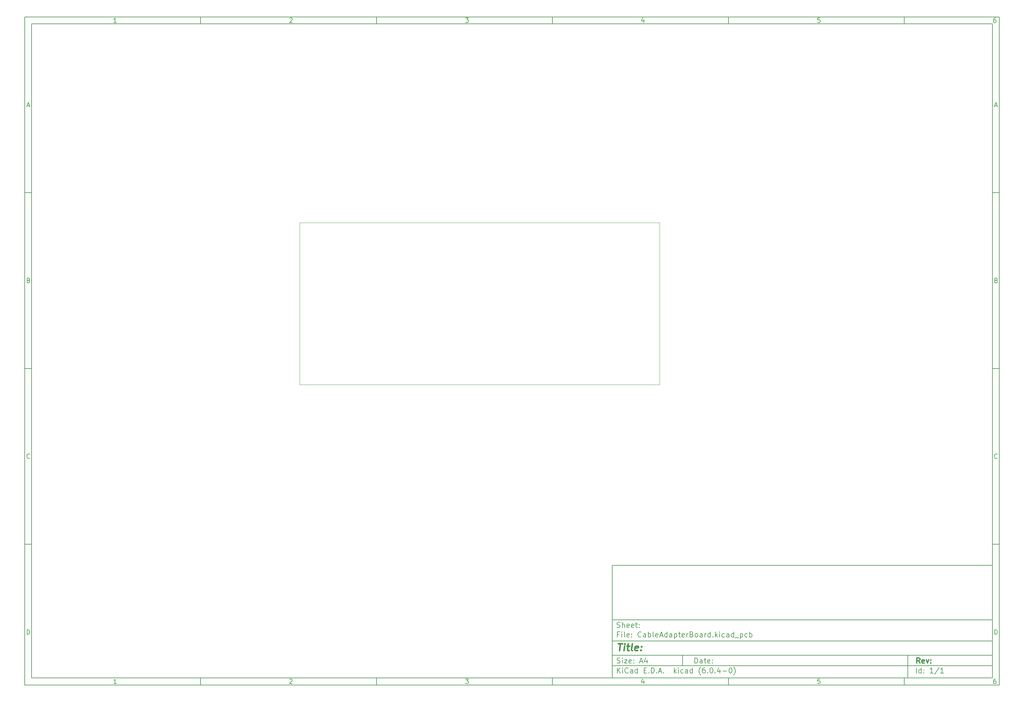
<source format=gbr>
%TF.GenerationSoftware,KiCad,Pcbnew,(6.0.4-0)*%
%TF.CreationDate,2023-08-06T12:43:49-07:00*%
%TF.ProjectId,CableAdapterBoard,4361626c-6541-4646-9170-746572426f61,rev?*%
%TF.SameCoordinates,Original*%
%TF.FileFunction,Profile,NP*%
%FSLAX46Y46*%
G04 Gerber Fmt 4.6, Leading zero omitted, Abs format (unit mm)*
G04 Created by KiCad (PCBNEW (6.0.4-0)) date 2023-08-06 12:43:49*
%MOMM*%
%LPD*%
G01*
G04 APERTURE LIST*
%ADD10C,0.100000*%
%ADD11C,0.150000*%
%ADD12C,0.300000*%
%ADD13C,0.400000*%
%TA.AperFunction,Profile*%
%ADD14C,0.100000*%
%TD*%
G04 APERTURE END LIST*
D10*
D11*
X177002200Y-166007200D02*
X177002200Y-198007200D01*
X285002200Y-198007200D01*
X285002200Y-166007200D01*
X177002200Y-166007200D01*
D10*
D11*
X10000000Y-10000000D02*
X10000000Y-200007200D01*
X287002200Y-200007200D01*
X287002200Y-10000000D01*
X10000000Y-10000000D01*
D10*
D11*
X12000000Y-12000000D02*
X12000000Y-198007200D01*
X285002200Y-198007200D01*
X285002200Y-12000000D01*
X12000000Y-12000000D01*
D10*
D11*
X60000000Y-12000000D02*
X60000000Y-10000000D01*
D10*
D11*
X110000000Y-12000000D02*
X110000000Y-10000000D01*
D10*
D11*
X160000000Y-12000000D02*
X160000000Y-10000000D01*
D10*
D11*
X210000000Y-12000000D02*
X210000000Y-10000000D01*
D10*
D11*
X260000000Y-12000000D02*
X260000000Y-10000000D01*
D10*
D11*
X36065476Y-11588095D02*
X35322619Y-11588095D01*
X35694047Y-11588095D02*
X35694047Y-10288095D01*
X35570238Y-10473809D01*
X35446428Y-10597619D01*
X35322619Y-10659523D01*
D10*
D11*
X85322619Y-10411904D02*
X85384523Y-10350000D01*
X85508333Y-10288095D01*
X85817857Y-10288095D01*
X85941666Y-10350000D01*
X86003571Y-10411904D01*
X86065476Y-10535714D01*
X86065476Y-10659523D01*
X86003571Y-10845238D01*
X85260714Y-11588095D01*
X86065476Y-11588095D01*
D10*
D11*
X135260714Y-10288095D02*
X136065476Y-10288095D01*
X135632142Y-10783333D01*
X135817857Y-10783333D01*
X135941666Y-10845238D01*
X136003571Y-10907142D01*
X136065476Y-11030952D01*
X136065476Y-11340476D01*
X136003571Y-11464285D01*
X135941666Y-11526190D01*
X135817857Y-11588095D01*
X135446428Y-11588095D01*
X135322619Y-11526190D01*
X135260714Y-11464285D01*
D10*
D11*
X185941666Y-10721428D02*
X185941666Y-11588095D01*
X185632142Y-10226190D02*
X185322619Y-11154761D01*
X186127380Y-11154761D01*
D10*
D11*
X236003571Y-10288095D02*
X235384523Y-10288095D01*
X235322619Y-10907142D01*
X235384523Y-10845238D01*
X235508333Y-10783333D01*
X235817857Y-10783333D01*
X235941666Y-10845238D01*
X236003571Y-10907142D01*
X236065476Y-11030952D01*
X236065476Y-11340476D01*
X236003571Y-11464285D01*
X235941666Y-11526190D01*
X235817857Y-11588095D01*
X235508333Y-11588095D01*
X235384523Y-11526190D01*
X235322619Y-11464285D01*
D10*
D11*
X285941666Y-10288095D02*
X285694047Y-10288095D01*
X285570238Y-10350000D01*
X285508333Y-10411904D01*
X285384523Y-10597619D01*
X285322619Y-10845238D01*
X285322619Y-11340476D01*
X285384523Y-11464285D01*
X285446428Y-11526190D01*
X285570238Y-11588095D01*
X285817857Y-11588095D01*
X285941666Y-11526190D01*
X286003571Y-11464285D01*
X286065476Y-11340476D01*
X286065476Y-11030952D01*
X286003571Y-10907142D01*
X285941666Y-10845238D01*
X285817857Y-10783333D01*
X285570238Y-10783333D01*
X285446428Y-10845238D01*
X285384523Y-10907142D01*
X285322619Y-11030952D01*
D10*
D11*
X60000000Y-198007200D02*
X60000000Y-200007200D01*
D10*
D11*
X110000000Y-198007200D02*
X110000000Y-200007200D01*
D10*
D11*
X160000000Y-198007200D02*
X160000000Y-200007200D01*
D10*
D11*
X210000000Y-198007200D02*
X210000000Y-200007200D01*
D10*
D11*
X260000000Y-198007200D02*
X260000000Y-200007200D01*
D10*
D11*
X36065476Y-199595295D02*
X35322619Y-199595295D01*
X35694047Y-199595295D02*
X35694047Y-198295295D01*
X35570238Y-198481009D01*
X35446428Y-198604819D01*
X35322619Y-198666723D01*
D10*
D11*
X85322619Y-198419104D02*
X85384523Y-198357200D01*
X85508333Y-198295295D01*
X85817857Y-198295295D01*
X85941666Y-198357200D01*
X86003571Y-198419104D01*
X86065476Y-198542914D01*
X86065476Y-198666723D01*
X86003571Y-198852438D01*
X85260714Y-199595295D01*
X86065476Y-199595295D01*
D10*
D11*
X135260714Y-198295295D02*
X136065476Y-198295295D01*
X135632142Y-198790533D01*
X135817857Y-198790533D01*
X135941666Y-198852438D01*
X136003571Y-198914342D01*
X136065476Y-199038152D01*
X136065476Y-199347676D01*
X136003571Y-199471485D01*
X135941666Y-199533390D01*
X135817857Y-199595295D01*
X135446428Y-199595295D01*
X135322619Y-199533390D01*
X135260714Y-199471485D01*
D10*
D11*
X185941666Y-198728628D02*
X185941666Y-199595295D01*
X185632142Y-198233390D02*
X185322619Y-199161961D01*
X186127380Y-199161961D01*
D10*
D11*
X236003571Y-198295295D02*
X235384523Y-198295295D01*
X235322619Y-198914342D01*
X235384523Y-198852438D01*
X235508333Y-198790533D01*
X235817857Y-198790533D01*
X235941666Y-198852438D01*
X236003571Y-198914342D01*
X236065476Y-199038152D01*
X236065476Y-199347676D01*
X236003571Y-199471485D01*
X235941666Y-199533390D01*
X235817857Y-199595295D01*
X235508333Y-199595295D01*
X235384523Y-199533390D01*
X235322619Y-199471485D01*
D10*
D11*
X285941666Y-198295295D02*
X285694047Y-198295295D01*
X285570238Y-198357200D01*
X285508333Y-198419104D01*
X285384523Y-198604819D01*
X285322619Y-198852438D01*
X285322619Y-199347676D01*
X285384523Y-199471485D01*
X285446428Y-199533390D01*
X285570238Y-199595295D01*
X285817857Y-199595295D01*
X285941666Y-199533390D01*
X286003571Y-199471485D01*
X286065476Y-199347676D01*
X286065476Y-199038152D01*
X286003571Y-198914342D01*
X285941666Y-198852438D01*
X285817857Y-198790533D01*
X285570238Y-198790533D01*
X285446428Y-198852438D01*
X285384523Y-198914342D01*
X285322619Y-199038152D01*
D10*
D11*
X10000000Y-60000000D02*
X12000000Y-60000000D01*
D10*
D11*
X10000000Y-110000000D02*
X12000000Y-110000000D01*
D10*
D11*
X10000000Y-160000000D02*
X12000000Y-160000000D01*
D10*
D11*
X10690476Y-35216666D02*
X11309523Y-35216666D01*
X10566666Y-35588095D02*
X11000000Y-34288095D01*
X11433333Y-35588095D01*
D10*
D11*
X11092857Y-84907142D02*
X11278571Y-84969047D01*
X11340476Y-85030952D01*
X11402380Y-85154761D01*
X11402380Y-85340476D01*
X11340476Y-85464285D01*
X11278571Y-85526190D01*
X11154761Y-85588095D01*
X10659523Y-85588095D01*
X10659523Y-84288095D01*
X11092857Y-84288095D01*
X11216666Y-84350000D01*
X11278571Y-84411904D01*
X11340476Y-84535714D01*
X11340476Y-84659523D01*
X11278571Y-84783333D01*
X11216666Y-84845238D01*
X11092857Y-84907142D01*
X10659523Y-84907142D01*
D10*
D11*
X11402380Y-135464285D02*
X11340476Y-135526190D01*
X11154761Y-135588095D01*
X11030952Y-135588095D01*
X10845238Y-135526190D01*
X10721428Y-135402380D01*
X10659523Y-135278571D01*
X10597619Y-135030952D01*
X10597619Y-134845238D01*
X10659523Y-134597619D01*
X10721428Y-134473809D01*
X10845238Y-134350000D01*
X11030952Y-134288095D01*
X11154761Y-134288095D01*
X11340476Y-134350000D01*
X11402380Y-134411904D01*
D10*
D11*
X10659523Y-185588095D02*
X10659523Y-184288095D01*
X10969047Y-184288095D01*
X11154761Y-184350000D01*
X11278571Y-184473809D01*
X11340476Y-184597619D01*
X11402380Y-184845238D01*
X11402380Y-185030952D01*
X11340476Y-185278571D01*
X11278571Y-185402380D01*
X11154761Y-185526190D01*
X10969047Y-185588095D01*
X10659523Y-185588095D01*
D10*
D11*
X287002200Y-60000000D02*
X285002200Y-60000000D01*
D10*
D11*
X287002200Y-110000000D02*
X285002200Y-110000000D01*
D10*
D11*
X287002200Y-160000000D02*
X285002200Y-160000000D01*
D10*
D11*
X285692676Y-35216666D02*
X286311723Y-35216666D01*
X285568866Y-35588095D02*
X286002200Y-34288095D01*
X286435533Y-35588095D01*
D10*
D11*
X286095057Y-84907142D02*
X286280771Y-84969047D01*
X286342676Y-85030952D01*
X286404580Y-85154761D01*
X286404580Y-85340476D01*
X286342676Y-85464285D01*
X286280771Y-85526190D01*
X286156961Y-85588095D01*
X285661723Y-85588095D01*
X285661723Y-84288095D01*
X286095057Y-84288095D01*
X286218866Y-84350000D01*
X286280771Y-84411904D01*
X286342676Y-84535714D01*
X286342676Y-84659523D01*
X286280771Y-84783333D01*
X286218866Y-84845238D01*
X286095057Y-84907142D01*
X285661723Y-84907142D01*
D10*
D11*
X286404580Y-135464285D02*
X286342676Y-135526190D01*
X286156961Y-135588095D01*
X286033152Y-135588095D01*
X285847438Y-135526190D01*
X285723628Y-135402380D01*
X285661723Y-135278571D01*
X285599819Y-135030952D01*
X285599819Y-134845238D01*
X285661723Y-134597619D01*
X285723628Y-134473809D01*
X285847438Y-134350000D01*
X286033152Y-134288095D01*
X286156961Y-134288095D01*
X286342676Y-134350000D01*
X286404580Y-134411904D01*
D10*
D11*
X285661723Y-185588095D02*
X285661723Y-184288095D01*
X285971247Y-184288095D01*
X286156961Y-184350000D01*
X286280771Y-184473809D01*
X286342676Y-184597619D01*
X286404580Y-184845238D01*
X286404580Y-185030952D01*
X286342676Y-185278571D01*
X286280771Y-185402380D01*
X286156961Y-185526190D01*
X285971247Y-185588095D01*
X285661723Y-185588095D01*
D10*
D11*
X200434342Y-193785771D02*
X200434342Y-192285771D01*
X200791485Y-192285771D01*
X201005771Y-192357200D01*
X201148628Y-192500057D01*
X201220057Y-192642914D01*
X201291485Y-192928628D01*
X201291485Y-193142914D01*
X201220057Y-193428628D01*
X201148628Y-193571485D01*
X201005771Y-193714342D01*
X200791485Y-193785771D01*
X200434342Y-193785771D01*
X202577200Y-193785771D02*
X202577200Y-193000057D01*
X202505771Y-192857200D01*
X202362914Y-192785771D01*
X202077200Y-192785771D01*
X201934342Y-192857200D01*
X202577200Y-193714342D02*
X202434342Y-193785771D01*
X202077200Y-193785771D01*
X201934342Y-193714342D01*
X201862914Y-193571485D01*
X201862914Y-193428628D01*
X201934342Y-193285771D01*
X202077200Y-193214342D01*
X202434342Y-193214342D01*
X202577200Y-193142914D01*
X203077200Y-192785771D02*
X203648628Y-192785771D01*
X203291485Y-192285771D02*
X203291485Y-193571485D01*
X203362914Y-193714342D01*
X203505771Y-193785771D01*
X203648628Y-193785771D01*
X204720057Y-193714342D02*
X204577200Y-193785771D01*
X204291485Y-193785771D01*
X204148628Y-193714342D01*
X204077200Y-193571485D01*
X204077200Y-193000057D01*
X204148628Y-192857200D01*
X204291485Y-192785771D01*
X204577200Y-192785771D01*
X204720057Y-192857200D01*
X204791485Y-193000057D01*
X204791485Y-193142914D01*
X204077200Y-193285771D01*
X205434342Y-193642914D02*
X205505771Y-193714342D01*
X205434342Y-193785771D01*
X205362914Y-193714342D01*
X205434342Y-193642914D01*
X205434342Y-193785771D01*
X205434342Y-192857200D02*
X205505771Y-192928628D01*
X205434342Y-193000057D01*
X205362914Y-192928628D01*
X205434342Y-192857200D01*
X205434342Y-193000057D01*
D10*
D11*
X177002200Y-194507200D02*
X285002200Y-194507200D01*
D10*
D11*
X178434342Y-196585771D02*
X178434342Y-195085771D01*
X179291485Y-196585771D02*
X178648628Y-195728628D01*
X179291485Y-195085771D02*
X178434342Y-195942914D01*
X179934342Y-196585771D02*
X179934342Y-195585771D01*
X179934342Y-195085771D02*
X179862914Y-195157200D01*
X179934342Y-195228628D01*
X180005771Y-195157200D01*
X179934342Y-195085771D01*
X179934342Y-195228628D01*
X181505771Y-196442914D02*
X181434342Y-196514342D01*
X181220057Y-196585771D01*
X181077200Y-196585771D01*
X180862914Y-196514342D01*
X180720057Y-196371485D01*
X180648628Y-196228628D01*
X180577200Y-195942914D01*
X180577200Y-195728628D01*
X180648628Y-195442914D01*
X180720057Y-195300057D01*
X180862914Y-195157200D01*
X181077200Y-195085771D01*
X181220057Y-195085771D01*
X181434342Y-195157200D01*
X181505771Y-195228628D01*
X182791485Y-196585771D02*
X182791485Y-195800057D01*
X182720057Y-195657200D01*
X182577200Y-195585771D01*
X182291485Y-195585771D01*
X182148628Y-195657200D01*
X182791485Y-196514342D02*
X182648628Y-196585771D01*
X182291485Y-196585771D01*
X182148628Y-196514342D01*
X182077200Y-196371485D01*
X182077200Y-196228628D01*
X182148628Y-196085771D01*
X182291485Y-196014342D01*
X182648628Y-196014342D01*
X182791485Y-195942914D01*
X184148628Y-196585771D02*
X184148628Y-195085771D01*
X184148628Y-196514342D02*
X184005771Y-196585771D01*
X183720057Y-196585771D01*
X183577200Y-196514342D01*
X183505771Y-196442914D01*
X183434342Y-196300057D01*
X183434342Y-195871485D01*
X183505771Y-195728628D01*
X183577200Y-195657200D01*
X183720057Y-195585771D01*
X184005771Y-195585771D01*
X184148628Y-195657200D01*
X186005771Y-195800057D02*
X186505771Y-195800057D01*
X186720057Y-196585771D02*
X186005771Y-196585771D01*
X186005771Y-195085771D01*
X186720057Y-195085771D01*
X187362914Y-196442914D02*
X187434342Y-196514342D01*
X187362914Y-196585771D01*
X187291485Y-196514342D01*
X187362914Y-196442914D01*
X187362914Y-196585771D01*
X188077200Y-196585771D02*
X188077200Y-195085771D01*
X188434342Y-195085771D01*
X188648628Y-195157200D01*
X188791485Y-195300057D01*
X188862914Y-195442914D01*
X188934342Y-195728628D01*
X188934342Y-195942914D01*
X188862914Y-196228628D01*
X188791485Y-196371485D01*
X188648628Y-196514342D01*
X188434342Y-196585771D01*
X188077200Y-196585771D01*
X189577200Y-196442914D02*
X189648628Y-196514342D01*
X189577200Y-196585771D01*
X189505771Y-196514342D01*
X189577200Y-196442914D01*
X189577200Y-196585771D01*
X190220057Y-196157200D02*
X190934342Y-196157200D01*
X190077200Y-196585771D02*
X190577200Y-195085771D01*
X191077200Y-196585771D01*
X191577200Y-196442914D02*
X191648628Y-196514342D01*
X191577200Y-196585771D01*
X191505771Y-196514342D01*
X191577200Y-196442914D01*
X191577200Y-196585771D01*
X194577200Y-196585771D02*
X194577200Y-195085771D01*
X194720057Y-196014342D02*
X195148628Y-196585771D01*
X195148628Y-195585771D02*
X194577200Y-196157200D01*
X195791485Y-196585771D02*
X195791485Y-195585771D01*
X195791485Y-195085771D02*
X195720057Y-195157200D01*
X195791485Y-195228628D01*
X195862914Y-195157200D01*
X195791485Y-195085771D01*
X195791485Y-195228628D01*
X197148628Y-196514342D02*
X197005771Y-196585771D01*
X196720057Y-196585771D01*
X196577200Y-196514342D01*
X196505771Y-196442914D01*
X196434342Y-196300057D01*
X196434342Y-195871485D01*
X196505771Y-195728628D01*
X196577200Y-195657200D01*
X196720057Y-195585771D01*
X197005771Y-195585771D01*
X197148628Y-195657200D01*
X198434342Y-196585771D02*
X198434342Y-195800057D01*
X198362914Y-195657200D01*
X198220057Y-195585771D01*
X197934342Y-195585771D01*
X197791485Y-195657200D01*
X198434342Y-196514342D02*
X198291485Y-196585771D01*
X197934342Y-196585771D01*
X197791485Y-196514342D01*
X197720057Y-196371485D01*
X197720057Y-196228628D01*
X197791485Y-196085771D01*
X197934342Y-196014342D01*
X198291485Y-196014342D01*
X198434342Y-195942914D01*
X199791485Y-196585771D02*
X199791485Y-195085771D01*
X199791485Y-196514342D02*
X199648628Y-196585771D01*
X199362914Y-196585771D01*
X199220057Y-196514342D01*
X199148628Y-196442914D01*
X199077200Y-196300057D01*
X199077200Y-195871485D01*
X199148628Y-195728628D01*
X199220057Y-195657200D01*
X199362914Y-195585771D01*
X199648628Y-195585771D01*
X199791485Y-195657200D01*
X202077200Y-197157200D02*
X202005771Y-197085771D01*
X201862914Y-196871485D01*
X201791485Y-196728628D01*
X201720057Y-196514342D01*
X201648628Y-196157200D01*
X201648628Y-195871485D01*
X201720057Y-195514342D01*
X201791485Y-195300057D01*
X201862914Y-195157200D01*
X202005771Y-194942914D01*
X202077200Y-194871485D01*
X203291485Y-195085771D02*
X203005771Y-195085771D01*
X202862914Y-195157200D01*
X202791485Y-195228628D01*
X202648628Y-195442914D01*
X202577200Y-195728628D01*
X202577200Y-196300057D01*
X202648628Y-196442914D01*
X202720057Y-196514342D01*
X202862914Y-196585771D01*
X203148628Y-196585771D01*
X203291485Y-196514342D01*
X203362914Y-196442914D01*
X203434342Y-196300057D01*
X203434342Y-195942914D01*
X203362914Y-195800057D01*
X203291485Y-195728628D01*
X203148628Y-195657200D01*
X202862914Y-195657200D01*
X202720057Y-195728628D01*
X202648628Y-195800057D01*
X202577200Y-195942914D01*
X204077200Y-196442914D02*
X204148628Y-196514342D01*
X204077200Y-196585771D01*
X204005771Y-196514342D01*
X204077200Y-196442914D01*
X204077200Y-196585771D01*
X205077200Y-195085771D02*
X205220057Y-195085771D01*
X205362914Y-195157200D01*
X205434342Y-195228628D01*
X205505771Y-195371485D01*
X205577200Y-195657200D01*
X205577200Y-196014342D01*
X205505771Y-196300057D01*
X205434342Y-196442914D01*
X205362914Y-196514342D01*
X205220057Y-196585771D01*
X205077200Y-196585771D01*
X204934342Y-196514342D01*
X204862914Y-196442914D01*
X204791485Y-196300057D01*
X204720057Y-196014342D01*
X204720057Y-195657200D01*
X204791485Y-195371485D01*
X204862914Y-195228628D01*
X204934342Y-195157200D01*
X205077200Y-195085771D01*
X206220057Y-196442914D02*
X206291485Y-196514342D01*
X206220057Y-196585771D01*
X206148628Y-196514342D01*
X206220057Y-196442914D01*
X206220057Y-196585771D01*
X207577200Y-195585771D02*
X207577200Y-196585771D01*
X207220057Y-195014342D02*
X206862914Y-196085771D01*
X207791485Y-196085771D01*
X208362914Y-196014342D02*
X209505771Y-196014342D01*
X210505771Y-195085771D02*
X210648628Y-195085771D01*
X210791485Y-195157200D01*
X210862914Y-195228628D01*
X210934342Y-195371485D01*
X211005771Y-195657200D01*
X211005771Y-196014342D01*
X210934342Y-196300057D01*
X210862914Y-196442914D01*
X210791485Y-196514342D01*
X210648628Y-196585771D01*
X210505771Y-196585771D01*
X210362914Y-196514342D01*
X210291485Y-196442914D01*
X210220057Y-196300057D01*
X210148628Y-196014342D01*
X210148628Y-195657200D01*
X210220057Y-195371485D01*
X210291485Y-195228628D01*
X210362914Y-195157200D01*
X210505771Y-195085771D01*
X211505771Y-197157200D02*
X211577200Y-197085771D01*
X211720057Y-196871485D01*
X211791485Y-196728628D01*
X211862914Y-196514342D01*
X211934342Y-196157200D01*
X211934342Y-195871485D01*
X211862914Y-195514342D01*
X211791485Y-195300057D01*
X211720057Y-195157200D01*
X211577200Y-194942914D01*
X211505771Y-194871485D01*
D10*
D11*
X177002200Y-191507200D02*
X285002200Y-191507200D01*
D10*
D12*
X264411485Y-193785771D02*
X263911485Y-193071485D01*
X263554342Y-193785771D02*
X263554342Y-192285771D01*
X264125771Y-192285771D01*
X264268628Y-192357200D01*
X264340057Y-192428628D01*
X264411485Y-192571485D01*
X264411485Y-192785771D01*
X264340057Y-192928628D01*
X264268628Y-193000057D01*
X264125771Y-193071485D01*
X263554342Y-193071485D01*
X265625771Y-193714342D02*
X265482914Y-193785771D01*
X265197200Y-193785771D01*
X265054342Y-193714342D01*
X264982914Y-193571485D01*
X264982914Y-193000057D01*
X265054342Y-192857200D01*
X265197200Y-192785771D01*
X265482914Y-192785771D01*
X265625771Y-192857200D01*
X265697200Y-193000057D01*
X265697200Y-193142914D01*
X264982914Y-193285771D01*
X266197200Y-192785771D02*
X266554342Y-193785771D01*
X266911485Y-192785771D01*
X267482914Y-193642914D02*
X267554342Y-193714342D01*
X267482914Y-193785771D01*
X267411485Y-193714342D01*
X267482914Y-193642914D01*
X267482914Y-193785771D01*
X267482914Y-192857200D02*
X267554342Y-192928628D01*
X267482914Y-193000057D01*
X267411485Y-192928628D01*
X267482914Y-192857200D01*
X267482914Y-193000057D01*
D10*
D11*
X178362914Y-193714342D02*
X178577200Y-193785771D01*
X178934342Y-193785771D01*
X179077200Y-193714342D01*
X179148628Y-193642914D01*
X179220057Y-193500057D01*
X179220057Y-193357200D01*
X179148628Y-193214342D01*
X179077200Y-193142914D01*
X178934342Y-193071485D01*
X178648628Y-193000057D01*
X178505771Y-192928628D01*
X178434342Y-192857200D01*
X178362914Y-192714342D01*
X178362914Y-192571485D01*
X178434342Y-192428628D01*
X178505771Y-192357200D01*
X178648628Y-192285771D01*
X179005771Y-192285771D01*
X179220057Y-192357200D01*
X179862914Y-193785771D02*
X179862914Y-192785771D01*
X179862914Y-192285771D02*
X179791485Y-192357200D01*
X179862914Y-192428628D01*
X179934342Y-192357200D01*
X179862914Y-192285771D01*
X179862914Y-192428628D01*
X180434342Y-192785771D02*
X181220057Y-192785771D01*
X180434342Y-193785771D01*
X181220057Y-193785771D01*
X182362914Y-193714342D02*
X182220057Y-193785771D01*
X181934342Y-193785771D01*
X181791485Y-193714342D01*
X181720057Y-193571485D01*
X181720057Y-193000057D01*
X181791485Y-192857200D01*
X181934342Y-192785771D01*
X182220057Y-192785771D01*
X182362914Y-192857200D01*
X182434342Y-193000057D01*
X182434342Y-193142914D01*
X181720057Y-193285771D01*
X183077200Y-193642914D02*
X183148628Y-193714342D01*
X183077200Y-193785771D01*
X183005771Y-193714342D01*
X183077200Y-193642914D01*
X183077200Y-193785771D01*
X183077200Y-192857200D02*
X183148628Y-192928628D01*
X183077200Y-193000057D01*
X183005771Y-192928628D01*
X183077200Y-192857200D01*
X183077200Y-193000057D01*
X184862914Y-193357200D02*
X185577200Y-193357200D01*
X184720057Y-193785771D02*
X185220057Y-192285771D01*
X185720057Y-193785771D01*
X186862914Y-192785771D02*
X186862914Y-193785771D01*
X186505771Y-192214342D02*
X186148628Y-193285771D01*
X187077200Y-193285771D01*
D10*
D11*
X263434342Y-196585771D02*
X263434342Y-195085771D01*
X264791485Y-196585771D02*
X264791485Y-195085771D01*
X264791485Y-196514342D02*
X264648628Y-196585771D01*
X264362914Y-196585771D01*
X264220057Y-196514342D01*
X264148628Y-196442914D01*
X264077200Y-196300057D01*
X264077200Y-195871485D01*
X264148628Y-195728628D01*
X264220057Y-195657200D01*
X264362914Y-195585771D01*
X264648628Y-195585771D01*
X264791485Y-195657200D01*
X265505771Y-196442914D02*
X265577200Y-196514342D01*
X265505771Y-196585771D01*
X265434342Y-196514342D01*
X265505771Y-196442914D01*
X265505771Y-196585771D01*
X265505771Y-195657200D02*
X265577200Y-195728628D01*
X265505771Y-195800057D01*
X265434342Y-195728628D01*
X265505771Y-195657200D01*
X265505771Y-195800057D01*
X268148628Y-196585771D02*
X267291485Y-196585771D01*
X267720057Y-196585771D02*
X267720057Y-195085771D01*
X267577200Y-195300057D01*
X267434342Y-195442914D01*
X267291485Y-195514342D01*
X269862914Y-195014342D02*
X268577200Y-196942914D01*
X271148628Y-196585771D02*
X270291485Y-196585771D01*
X270720057Y-196585771D02*
X270720057Y-195085771D01*
X270577200Y-195300057D01*
X270434342Y-195442914D01*
X270291485Y-195514342D01*
D10*
D11*
X177002200Y-187507200D02*
X285002200Y-187507200D01*
D10*
D13*
X178714580Y-188211961D02*
X179857438Y-188211961D01*
X179036009Y-190211961D02*
X179286009Y-188211961D01*
X180274104Y-190211961D02*
X180440771Y-188878628D01*
X180524104Y-188211961D02*
X180416961Y-188307200D01*
X180500295Y-188402438D01*
X180607438Y-188307200D01*
X180524104Y-188211961D01*
X180500295Y-188402438D01*
X181107438Y-188878628D02*
X181869342Y-188878628D01*
X181476485Y-188211961D02*
X181262200Y-189926247D01*
X181333628Y-190116723D01*
X181512200Y-190211961D01*
X181702676Y-190211961D01*
X182655057Y-190211961D02*
X182476485Y-190116723D01*
X182405057Y-189926247D01*
X182619342Y-188211961D01*
X184190771Y-190116723D02*
X183988390Y-190211961D01*
X183607438Y-190211961D01*
X183428866Y-190116723D01*
X183357438Y-189926247D01*
X183452676Y-189164342D01*
X183571723Y-188973866D01*
X183774104Y-188878628D01*
X184155057Y-188878628D01*
X184333628Y-188973866D01*
X184405057Y-189164342D01*
X184381247Y-189354819D01*
X183405057Y-189545295D01*
X185155057Y-190021485D02*
X185238390Y-190116723D01*
X185131247Y-190211961D01*
X185047914Y-190116723D01*
X185155057Y-190021485D01*
X185131247Y-190211961D01*
X185286009Y-188973866D02*
X185369342Y-189069104D01*
X185262200Y-189164342D01*
X185178866Y-189069104D01*
X185286009Y-188973866D01*
X185262200Y-189164342D01*
D10*
D11*
X178934342Y-185600057D02*
X178434342Y-185600057D01*
X178434342Y-186385771D02*
X178434342Y-184885771D01*
X179148628Y-184885771D01*
X179720057Y-186385771D02*
X179720057Y-185385771D01*
X179720057Y-184885771D02*
X179648628Y-184957200D01*
X179720057Y-185028628D01*
X179791485Y-184957200D01*
X179720057Y-184885771D01*
X179720057Y-185028628D01*
X180648628Y-186385771D02*
X180505771Y-186314342D01*
X180434342Y-186171485D01*
X180434342Y-184885771D01*
X181791485Y-186314342D02*
X181648628Y-186385771D01*
X181362914Y-186385771D01*
X181220057Y-186314342D01*
X181148628Y-186171485D01*
X181148628Y-185600057D01*
X181220057Y-185457200D01*
X181362914Y-185385771D01*
X181648628Y-185385771D01*
X181791485Y-185457200D01*
X181862914Y-185600057D01*
X181862914Y-185742914D01*
X181148628Y-185885771D01*
X182505771Y-186242914D02*
X182577200Y-186314342D01*
X182505771Y-186385771D01*
X182434342Y-186314342D01*
X182505771Y-186242914D01*
X182505771Y-186385771D01*
X182505771Y-185457200D02*
X182577200Y-185528628D01*
X182505771Y-185600057D01*
X182434342Y-185528628D01*
X182505771Y-185457200D01*
X182505771Y-185600057D01*
X185220057Y-186242914D02*
X185148628Y-186314342D01*
X184934342Y-186385771D01*
X184791485Y-186385771D01*
X184577200Y-186314342D01*
X184434342Y-186171485D01*
X184362914Y-186028628D01*
X184291485Y-185742914D01*
X184291485Y-185528628D01*
X184362914Y-185242914D01*
X184434342Y-185100057D01*
X184577200Y-184957200D01*
X184791485Y-184885771D01*
X184934342Y-184885771D01*
X185148628Y-184957200D01*
X185220057Y-185028628D01*
X186505771Y-186385771D02*
X186505771Y-185600057D01*
X186434342Y-185457200D01*
X186291485Y-185385771D01*
X186005771Y-185385771D01*
X185862914Y-185457200D01*
X186505771Y-186314342D02*
X186362914Y-186385771D01*
X186005771Y-186385771D01*
X185862914Y-186314342D01*
X185791485Y-186171485D01*
X185791485Y-186028628D01*
X185862914Y-185885771D01*
X186005771Y-185814342D01*
X186362914Y-185814342D01*
X186505771Y-185742914D01*
X187220057Y-186385771D02*
X187220057Y-184885771D01*
X187220057Y-185457200D02*
X187362914Y-185385771D01*
X187648628Y-185385771D01*
X187791485Y-185457200D01*
X187862914Y-185528628D01*
X187934342Y-185671485D01*
X187934342Y-186100057D01*
X187862914Y-186242914D01*
X187791485Y-186314342D01*
X187648628Y-186385771D01*
X187362914Y-186385771D01*
X187220057Y-186314342D01*
X188791485Y-186385771D02*
X188648628Y-186314342D01*
X188577200Y-186171485D01*
X188577200Y-184885771D01*
X189934342Y-186314342D02*
X189791485Y-186385771D01*
X189505771Y-186385771D01*
X189362914Y-186314342D01*
X189291485Y-186171485D01*
X189291485Y-185600057D01*
X189362914Y-185457200D01*
X189505771Y-185385771D01*
X189791485Y-185385771D01*
X189934342Y-185457200D01*
X190005771Y-185600057D01*
X190005771Y-185742914D01*
X189291485Y-185885771D01*
X190577200Y-185957200D02*
X191291485Y-185957200D01*
X190434342Y-186385771D02*
X190934342Y-184885771D01*
X191434342Y-186385771D01*
X192577200Y-186385771D02*
X192577200Y-184885771D01*
X192577200Y-186314342D02*
X192434342Y-186385771D01*
X192148628Y-186385771D01*
X192005771Y-186314342D01*
X191934342Y-186242914D01*
X191862914Y-186100057D01*
X191862914Y-185671485D01*
X191934342Y-185528628D01*
X192005771Y-185457200D01*
X192148628Y-185385771D01*
X192434342Y-185385771D01*
X192577200Y-185457200D01*
X193934342Y-186385771D02*
X193934342Y-185600057D01*
X193862914Y-185457200D01*
X193720057Y-185385771D01*
X193434342Y-185385771D01*
X193291485Y-185457200D01*
X193934342Y-186314342D02*
X193791485Y-186385771D01*
X193434342Y-186385771D01*
X193291485Y-186314342D01*
X193220057Y-186171485D01*
X193220057Y-186028628D01*
X193291485Y-185885771D01*
X193434342Y-185814342D01*
X193791485Y-185814342D01*
X193934342Y-185742914D01*
X194648628Y-185385771D02*
X194648628Y-186885771D01*
X194648628Y-185457200D02*
X194791485Y-185385771D01*
X195077200Y-185385771D01*
X195220057Y-185457200D01*
X195291485Y-185528628D01*
X195362914Y-185671485D01*
X195362914Y-186100057D01*
X195291485Y-186242914D01*
X195220057Y-186314342D01*
X195077200Y-186385771D01*
X194791485Y-186385771D01*
X194648628Y-186314342D01*
X195791485Y-185385771D02*
X196362914Y-185385771D01*
X196005771Y-184885771D02*
X196005771Y-186171485D01*
X196077200Y-186314342D01*
X196220057Y-186385771D01*
X196362914Y-186385771D01*
X197434342Y-186314342D02*
X197291485Y-186385771D01*
X197005771Y-186385771D01*
X196862914Y-186314342D01*
X196791485Y-186171485D01*
X196791485Y-185600057D01*
X196862914Y-185457200D01*
X197005771Y-185385771D01*
X197291485Y-185385771D01*
X197434342Y-185457200D01*
X197505771Y-185600057D01*
X197505771Y-185742914D01*
X196791485Y-185885771D01*
X198148628Y-186385771D02*
X198148628Y-185385771D01*
X198148628Y-185671485D02*
X198220057Y-185528628D01*
X198291485Y-185457200D01*
X198434342Y-185385771D01*
X198577200Y-185385771D01*
X199577200Y-185600057D02*
X199791485Y-185671485D01*
X199862914Y-185742914D01*
X199934342Y-185885771D01*
X199934342Y-186100057D01*
X199862914Y-186242914D01*
X199791485Y-186314342D01*
X199648628Y-186385771D01*
X199077200Y-186385771D01*
X199077200Y-184885771D01*
X199577200Y-184885771D01*
X199720057Y-184957200D01*
X199791485Y-185028628D01*
X199862914Y-185171485D01*
X199862914Y-185314342D01*
X199791485Y-185457200D01*
X199720057Y-185528628D01*
X199577200Y-185600057D01*
X199077200Y-185600057D01*
X200791485Y-186385771D02*
X200648628Y-186314342D01*
X200577200Y-186242914D01*
X200505771Y-186100057D01*
X200505771Y-185671485D01*
X200577200Y-185528628D01*
X200648628Y-185457200D01*
X200791485Y-185385771D01*
X201005771Y-185385771D01*
X201148628Y-185457200D01*
X201220057Y-185528628D01*
X201291485Y-185671485D01*
X201291485Y-186100057D01*
X201220057Y-186242914D01*
X201148628Y-186314342D01*
X201005771Y-186385771D01*
X200791485Y-186385771D01*
X202577200Y-186385771D02*
X202577200Y-185600057D01*
X202505771Y-185457200D01*
X202362914Y-185385771D01*
X202077200Y-185385771D01*
X201934342Y-185457200D01*
X202577200Y-186314342D02*
X202434342Y-186385771D01*
X202077200Y-186385771D01*
X201934342Y-186314342D01*
X201862914Y-186171485D01*
X201862914Y-186028628D01*
X201934342Y-185885771D01*
X202077200Y-185814342D01*
X202434342Y-185814342D01*
X202577200Y-185742914D01*
X203291485Y-186385771D02*
X203291485Y-185385771D01*
X203291485Y-185671485D02*
X203362914Y-185528628D01*
X203434342Y-185457200D01*
X203577200Y-185385771D01*
X203720057Y-185385771D01*
X204862914Y-186385771D02*
X204862914Y-184885771D01*
X204862914Y-186314342D02*
X204720057Y-186385771D01*
X204434342Y-186385771D01*
X204291485Y-186314342D01*
X204220057Y-186242914D01*
X204148628Y-186100057D01*
X204148628Y-185671485D01*
X204220057Y-185528628D01*
X204291485Y-185457200D01*
X204434342Y-185385771D01*
X204720057Y-185385771D01*
X204862914Y-185457200D01*
X205577200Y-186242914D02*
X205648628Y-186314342D01*
X205577200Y-186385771D01*
X205505771Y-186314342D01*
X205577200Y-186242914D01*
X205577200Y-186385771D01*
X206291485Y-186385771D02*
X206291485Y-184885771D01*
X206434342Y-185814342D02*
X206862914Y-186385771D01*
X206862914Y-185385771D02*
X206291485Y-185957200D01*
X207505771Y-186385771D02*
X207505771Y-185385771D01*
X207505771Y-184885771D02*
X207434342Y-184957200D01*
X207505771Y-185028628D01*
X207577200Y-184957200D01*
X207505771Y-184885771D01*
X207505771Y-185028628D01*
X208862914Y-186314342D02*
X208720057Y-186385771D01*
X208434342Y-186385771D01*
X208291485Y-186314342D01*
X208220057Y-186242914D01*
X208148628Y-186100057D01*
X208148628Y-185671485D01*
X208220057Y-185528628D01*
X208291485Y-185457200D01*
X208434342Y-185385771D01*
X208720057Y-185385771D01*
X208862914Y-185457200D01*
X210148628Y-186385771D02*
X210148628Y-185600057D01*
X210077200Y-185457200D01*
X209934342Y-185385771D01*
X209648628Y-185385771D01*
X209505771Y-185457200D01*
X210148628Y-186314342D02*
X210005771Y-186385771D01*
X209648628Y-186385771D01*
X209505771Y-186314342D01*
X209434342Y-186171485D01*
X209434342Y-186028628D01*
X209505771Y-185885771D01*
X209648628Y-185814342D01*
X210005771Y-185814342D01*
X210148628Y-185742914D01*
X211505771Y-186385771D02*
X211505771Y-184885771D01*
X211505771Y-186314342D02*
X211362914Y-186385771D01*
X211077200Y-186385771D01*
X210934342Y-186314342D01*
X210862914Y-186242914D01*
X210791485Y-186100057D01*
X210791485Y-185671485D01*
X210862914Y-185528628D01*
X210934342Y-185457200D01*
X211077200Y-185385771D01*
X211362914Y-185385771D01*
X211505771Y-185457200D01*
X211862914Y-186528628D02*
X213005771Y-186528628D01*
X213362914Y-185385771D02*
X213362914Y-186885771D01*
X213362914Y-185457200D02*
X213505771Y-185385771D01*
X213791485Y-185385771D01*
X213934342Y-185457200D01*
X214005771Y-185528628D01*
X214077200Y-185671485D01*
X214077200Y-186100057D01*
X214005771Y-186242914D01*
X213934342Y-186314342D01*
X213791485Y-186385771D01*
X213505771Y-186385771D01*
X213362914Y-186314342D01*
X215362914Y-186314342D02*
X215220057Y-186385771D01*
X214934342Y-186385771D01*
X214791485Y-186314342D01*
X214720057Y-186242914D01*
X214648628Y-186100057D01*
X214648628Y-185671485D01*
X214720057Y-185528628D01*
X214791485Y-185457200D01*
X214934342Y-185385771D01*
X215220057Y-185385771D01*
X215362914Y-185457200D01*
X216005771Y-186385771D02*
X216005771Y-184885771D01*
X216005771Y-185457200D02*
X216148628Y-185385771D01*
X216434342Y-185385771D01*
X216577200Y-185457200D01*
X216648628Y-185528628D01*
X216720057Y-185671485D01*
X216720057Y-186100057D01*
X216648628Y-186242914D01*
X216577200Y-186314342D01*
X216434342Y-186385771D01*
X216148628Y-186385771D01*
X216005771Y-186314342D01*
D10*
D11*
X177002200Y-181507200D02*
X285002200Y-181507200D01*
D10*
D11*
X178362914Y-183614342D02*
X178577200Y-183685771D01*
X178934342Y-183685771D01*
X179077200Y-183614342D01*
X179148628Y-183542914D01*
X179220057Y-183400057D01*
X179220057Y-183257200D01*
X179148628Y-183114342D01*
X179077200Y-183042914D01*
X178934342Y-182971485D01*
X178648628Y-182900057D01*
X178505771Y-182828628D01*
X178434342Y-182757200D01*
X178362914Y-182614342D01*
X178362914Y-182471485D01*
X178434342Y-182328628D01*
X178505771Y-182257200D01*
X178648628Y-182185771D01*
X179005771Y-182185771D01*
X179220057Y-182257200D01*
X179862914Y-183685771D02*
X179862914Y-182185771D01*
X180505771Y-183685771D02*
X180505771Y-182900057D01*
X180434342Y-182757200D01*
X180291485Y-182685771D01*
X180077200Y-182685771D01*
X179934342Y-182757200D01*
X179862914Y-182828628D01*
X181791485Y-183614342D02*
X181648628Y-183685771D01*
X181362914Y-183685771D01*
X181220057Y-183614342D01*
X181148628Y-183471485D01*
X181148628Y-182900057D01*
X181220057Y-182757200D01*
X181362914Y-182685771D01*
X181648628Y-182685771D01*
X181791485Y-182757200D01*
X181862914Y-182900057D01*
X181862914Y-183042914D01*
X181148628Y-183185771D01*
X183077200Y-183614342D02*
X182934342Y-183685771D01*
X182648628Y-183685771D01*
X182505771Y-183614342D01*
X182434342Y-183471485D01*
X182434342Y-182900057D01*
X182505771Y-182757200D01*
X182648628Y-182685771D01*
X182934342Y-182685771D01*
X183077200Y-182757200D01*
X183148628Y-182900057D01*
X183148628Y-183042914D01*
X182434342Y-183185771D01*
X183577200Y-182685771D02*
X184148628Y-182685771D01*
X183791485Y-182185771D02*
X183791485Y-183471485D01*
X183862914Y-183614342D01*
X184005771Y-183685771D01*
X184148628Y-183685771D01*
X184648628Y-183542914D02*
X184720057Y-183614342D01*
X184648628Y-183685771D01*
X184577200Y-183614342D01*
X184648628Y-183542914D01*
X184648628Y-183685771D01*
X184648628Y-182757200D02*
X184720057Y-182828628D01*
X184648628Y-182900057D01*
X184577200Y-182828628D01*
X184648628Y-182757200D01*
X184648628Y-182900057D01*
D10*
D12*
D10*
D11*
D10*
D11*
D10*
D11*
D10*
D11*
D10*
D11*
X197002200Y-191507200D02*
X197002200Y-194507200D01*
D10*
D11*
X261002200Y-191507200D02*
X261002200Y-198007200D01*
D14*
X190480000Y-68510000D02*
X190480000Y-114600000D01*
X190480000Y-114600000D02*
X88130000Y-114600000D01*
X88130000Y-114600000D02*
X88130000Y-68510000D01*
X88130000Y-68510000D02*
X162400000Y-68510000D01*
X162400000Y-68510000D02*
X190480000Y-68510000D01*
M02*

</source>
